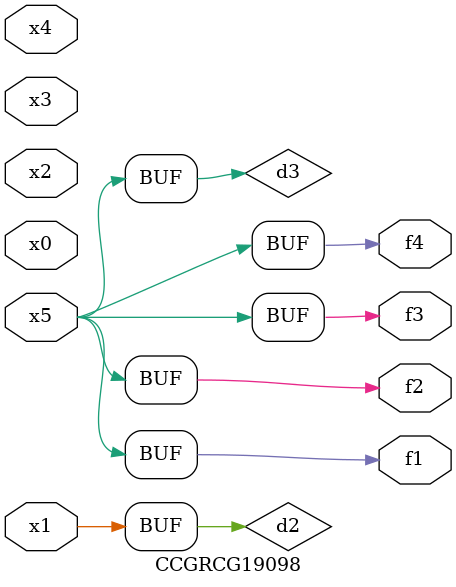
<source format=v>
module CCGRCG19098(
	input x0, x1, x2, x3, x4, x5,
	output f1, f2, f3, f4
);

	wire d1, d2, d3;

	not (d1, x5);
	or (d2, x1);
	xnor (d3, d1);
	assign f1 = d3;
	assign f2 = d3;
	assign f3 = d3;
	assign f4 = d3;
endmodule

</source>
